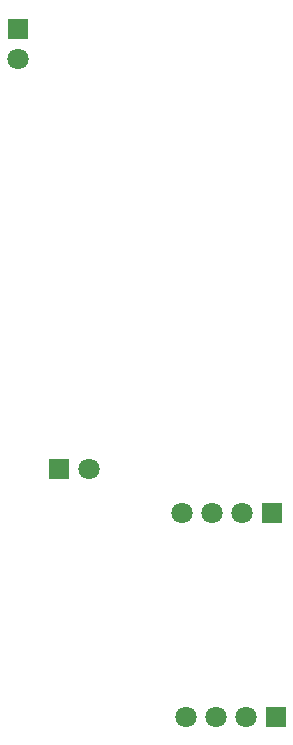
<source format=gbr>
%TF.GenerationSoftware,KiCad,Pcbnew,8.0.2*%
%TF.CreationDate,2025-05-12T10:49:56+08:00*%
%TF.ProjectId,ternel_box,7465726e-656c-45f6-926f-782e6b696361,rev?*%
%TF.SameCoordinates,PX7233d70PY8583b00*%
%TF.FileFunction,Soldermask,Bot*%
%TF.FilePolarity,Negative*%
%FSLAX46Y46*%
G04 Gerber Fmt 4.6, Leading zero omitted, Abs format (unit mm)*
G04 Created by KiCad (PCBNEW 8.0.2) date 2025-05-12 10:49:56*
%MOMM*%
%LPD*%
G01*
G04 APERTURE LIST*
%ADD10R,1.800000X1.800000*%
%ADD11C,1.800000*%
G04 APERTURE END LIST*
D10*
%TO.C,P9*%
X41620000Y24500000D03*
D11*
X39080000Y24500000D03*
X36540000Y24500000D03*
X34000000Y24500000D03*
%TD*%
D10*
%TO.C,P8*%
X19750000Y82750000D03*
D11*
X19750000Y80210000D03*
%TD*%
D10*
%TO.C,P7*%
X23230000Y45500000D03*
D11*
X25770000Y45500000D03*
%TD*%
D10*
%TO.C,P6*%
X41290000Y41750000D03*
D11*
X38750000Y41750000D03*
X36210000Y41750000D03*
X33670000Y41750000D03*
%TD*%
M02*

</source>
